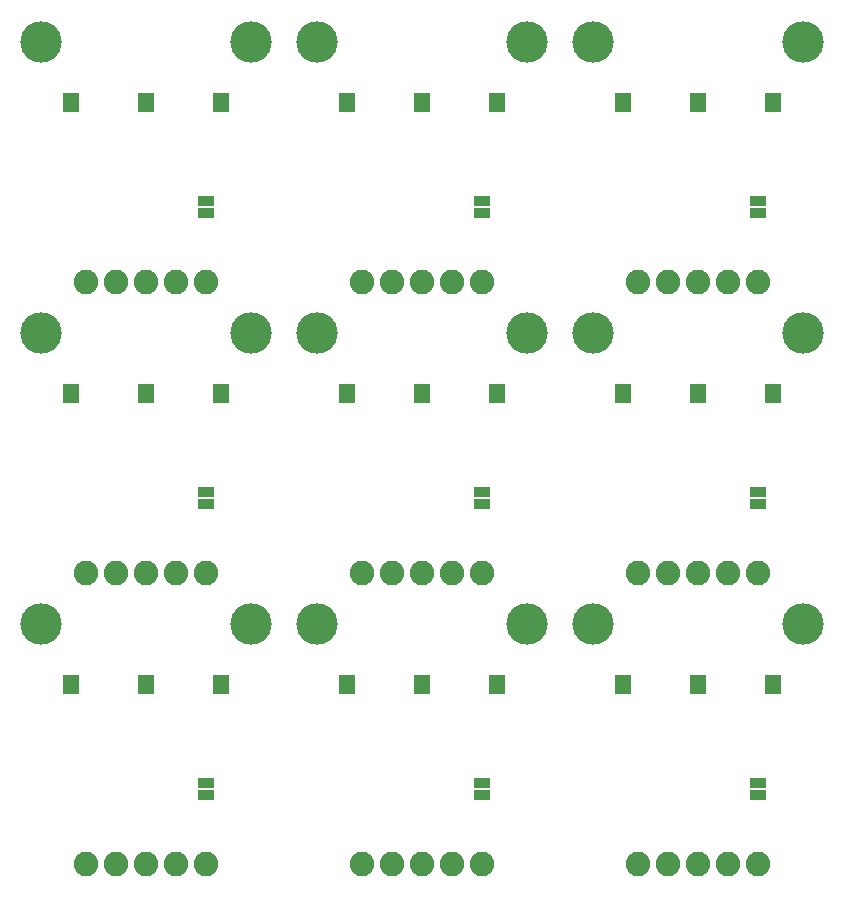
<source format=gbs>
G75*
%MOIN*%
%OFA0B0*%
%FSLAX25Y25*%
%IPPOS*%
%LPD*%
%AMOC8*
5,1,8,0,0,1.08239X$1,22.5*
%
%ADD10C,0.08200*%
%ADD11R,0.05800X0.03300*%
%ADD12C,0.13800*%
D10*
X0053750Y0033750D03*
X0063750Y0033750D03*
X0073750Y0033750D03*
X0083750Y0033750D03*
X0093750Y0033750D03*
X0145750Y0033750D03*
X0155750Y0033750D03*
X0165750Y0033750D03*
X0175750Y0033750D03*
X0185750Y0033750D03*
X0237750Y0033750D03*
X0247750Y0033750D03*
X0257750Y0033750D03*
X0267750Y0033750D03*
X0277750Y0033750D03*
X0277750Y0130750D03*
X0267750Y0130750D03*
X0257750Y0130750D03*
X0247750Y0130750D03*
X0237750Y0130750D03*
X0185750Y0130750D03*
X0175750Y0130750D03*
X0165750Y0130750D03*
X0155750Y0130750D03*
X0145750Y0130750D03*
X0093750Y0130750D03*
X0083750Y0130750D03*
X0073750Y0130750D03*
X0063750Y0130750D03*
X0053750Y0130750D03*
X0053750Y0227750D03*
X0063750Y0227750D03*
X0073750Y0227750D03*
X0083750Y0227750D03*
X0093750Y0227750D03*
X0145750Y0227750D03*
X0155750Y0227750D03*
X0165750Y0227750D03*
X0175750Y0227750D03*
X0185750Y0227750D03*
X0237750Y0227750D03*
X0247750Y0227750D03*
X0257750Y0227750D03*
X0267750Y0227750D03*
X0277750Y0227750D03*
D11*
X0277750Y0250750D03*
X0277750Y0254750D03*
X0282750Y0286150D03*
X0282750Y0289350D03*
X0257750Y0289350D03*
X0257750Y0286150D03*
X0232750Y0286150D03*
X0232750Y0289350D03*
X0190750Y0289350D03*
X0190750Y0286150D03*
X0165750Y0286150D03*
X0165750Y0289350D03*
X0140750Y0289350D03*
X0140750Y0286150D03*
X0098750Y0286150D03*
X0098750Y0289350D03*
X0073750Y0289350D03*
X0073750Y0286150D03*
X0048750Y0286150D03*
X0048750Y0289350D03*
X0093750Y0254750D03*
X0093750Y0250750D03*
X0098750Y0192350D03*
X0098750Y0189150D03*
X0073750Y0189150D03*
X0073750Y0192350D03*
X0048750Y0192350D03*
X0048750Y0189150D03*
X0093750Y0157750D03*
X0093750Y0153750D03*
X0140750Y0189150D03*
X0140750Y0192350D03*
X0165750Y0192350D03*
X0165750Y0189150D03*
X0190750Y0189150D03*
X0190750Y0192350D03*
X0185750Y0157750D03*
X0185750Y0153750D03*
X0232750Y0189150D03*
X0232750Y0192350D03*
X0257750Y0192350D03*
X0257750Y0189150D03*
X0282750Y0189150D03*
X0282750Y0192350D03*
X0277750Y0157750D03*
X0277750Y0153750D03*
X0282750Y0095350D03*
X0282750Y0092150D03*
X0257750Y0092150D03*
X0257750Y0095350D03*
X0232750Y0095350D03*
X0232750Y0092150D03*
X0190750Y0092150D03*
X0190750Y0095350D03*
X0165750Y0095350D03*
X0165750Y0092150D03*
X0140750Y0092150D03*
X0140750Y0095350D03*
X0098750Y0095350D03*
X0098750Y0092150D03*
X0073750Y0092150D03*
X0073750Y0095350D03*
X0048750Y0095350D03*
X0048750Y0092150D03*
X0093750Y0060750D03*
X0093750Y0056750D03*
X0185750Y0056750D03*
X0185750Y0060750D03*
X0277750Y0060750D03*
X0277750Y0056750D03*
X0185750Y0250750D03*
X0185750Y0254750D03*
D12*
X0200750Y0210750D03*
X0222750Y0210750D03*
X0292750Y0210750D03*
X0292750Y0113750D03*
X0222750Y0113750D03*
X0200750Y0113750D03*
X0130750Y0113750D03*
X0108750Y0113750D03*
X0038750Y0113750D03*
X0038750Y0210750D03*
X0108750Y0210750D03*
X0130750Y0210750D03*
X0130750Y0307750D03*
X0108750Y0307750D03*
X0038750Y0307750D03*
X0200750Y0307750D03*
X0222750Y0307750D03*
X0292750Y0307750D03*
M02*

</source>
